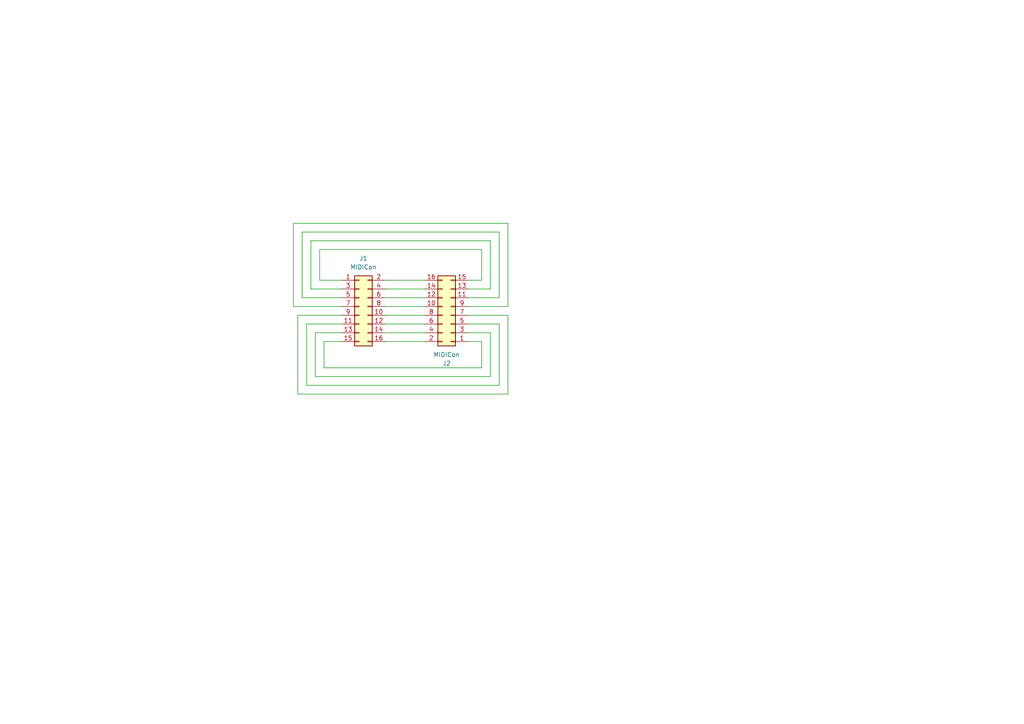
<source format=kicad_sch>
(kicad_sch
	(version 20231120)
	(generator "eeschema")
	(generator_version "8.0")
	(uuid "ce597bbc-01c1-4732-b916-a3b80b113686")
	(paper "A4")
	(lib_symbols
		(symbol "Connector_Generic:Conn_02x08_Odd_Even"
			(pin_names
				(offset 1.016) hide)
			(exclude_from_sim no)
			(in_bom yes)
			(on_board yes)
			(property "Reference" "J"
				(at 1.27 10.16 0)
				(effects
					(font
						(size 1.27 1.27)
					)
				)
			)
			(property "Value" "Conn_02x08_Odd_Even"
				(at 1.27 -12.7 0)
				(effects
					(font
						(size 1.27 1.27)
					)
				)
			)
			(property "Footprint" ""
				(at 0 0 0)
				(effects
					(font
						(size 1.27 1.27)
					)
					(hide yes)
				)
			)
			(property "Datasheet" "~"
				(at 0 0 0)
				(effects
					(font
						(size 1.27 1.27)
					)
					(hide yes)
				)
			)
			(property "Description" "Generic connector, double row, 02x08, odd/even pin numbering scheme (row 1 odd numbers, row 2 even numbers), script generated (kicad-library-utils/schlib/autogen/connector/)"
				(at 0 0 0)
				(effects
					(font
						(size 1.27 1.27)
					)
					(hide yes)
				)
			)
			(property "ki_keywords" "connector"
				(at 0 0 0)
				(effects
					(font
						(size 1.27 1.27)
					)
					(hide yes)
				)
			)
			(property "ki_fp_filters" "Connector*:*_2x??_*"
				(at 0 0 0)
				(effects
					(font
						(size 1.27 1.27)
					)
					(hide yes)
				)
			)
			(symbol "Conn_02x08_Odd_Even_1_1"
				(rectangle
					(start -1.27 -10.033)
					(end 0 -10.287)
					(stroke
						(width 0.1524)
						(type default)
					)
					(fill
						(type none)
					)
				)
				(rectangle
					(start -1.27 -7.493)
					(end 0 -7.747)
					(stroke
						(width 0.1524)
						(type default)
					)
					(fill
						(type none)
					)
				)
				(rectangle
					(start -1.27 -4.953)
					(end 0 -5.207)
					(stroke
						(width 0.1524)
						(type default)
					)
					(fill
						(type none)
					)
				)
				(rectangle
					(start -1.27 -2.413)
					(end 0 -2.667)
					(stroke
						(width 0.1524)
						(type default)
					)
					(fill
						(type none)
					)
				)
				(rectangle
					(start -1.27 0.127)
					(end 0 -0.127)
					(stroke
						(width 0.1524)
						(type default)
					)
					(fill
						(type none)
					)
				)
				(rectangle
					(start -1.27 2.667)
					(end 0 2.413)
					(stroke
						(width 0.1524)
						(type default)
					)
					(fill
						(type none)
					)
				)
				(rectangle
					(start -1.27 5.207)
					(end 0 4.953)
					(stroke
						(width 0.1524)
						(type default)
					)
					(fill
						(type none)
					)
				)
				(rectangle
					(start -1.27 7.747)
					(end 0 7.493)
					(stroke
						(width 0.1524)
						(type default)
					)
					(fill
						(type none)
					)
				)
				(rectangle
					(start -1.27 8.89)
					(end 3.81 -11.43)
					(stroke
						(width 0.254)
						(type default)
					)
					(fill
						(type background)
					)
				)
				(rectangle
					(start 3.81 -10.033)
					(end 2.54 -10.287)
					(stroke
						(width 0.1524)
						(type default)
					)
					(fill
						(type none)
					)
				)
				(rectangle
					(start 3.81 -7.493)
					(end 2.54 -7.747)
					(stroke
						(width 0.1524)
						(type default)
					)
					(fill
						(type none)
					)
				)
				(rectangle
					(start 3.81 -4.953)
					(end 2.54 -5.207)
					(stroke
						(width 0.1524)
						(type default)
					)
					(fill
						(type none)
					)
				)
				(rectangle
					(start 3.81 -2.413)
					(end 2.54 -2.667)
					(stroke
						(width 0.1524)
						(type default)
					)
					(fill
						(type none)
					)
				)
				(rectangle
					(start 3.81 0.127)
					(end 2.54 -0.127)
					(stroke
						(width 0.1524)
						(type default)
					)
					(fill
						(type none)
					)
				)
				(rectangle
					(start 3.81 2.667)
					(end 2.54 2.413)
					(stroke
						(width 0.1524)
						(type default)
					)
					(fill
						(type none)
					)
				)
				(rectangle
					(start 3.81 5.207)
					(end 2.54 4.953)
					(stroke
						(width 0.1524)
						(type default)
					)
					(fill
						(type none)
					)
				)
				(rectangle
					(start 3.81 7.747)
					(end 2.54 7.493)
					(stroke
						(width 0.1524)
						(type default)
					)
					(fill
						(type none)
					)
				)
				(pin passive line
					(at -5.08 7.62 0)
					(length 3.81)
					(name "Pin_1"
						(effects
							(font
								(size 1.27 1.27)
							)
						)
					)
					(number "1"
						(effects
							(font
								(size 1.27 1.27)
							)
						)
					)
				)
				(pin passive line
					(at 7.62 -2.54 180)
					(length 3.81)
					(name "Pin_10"
						(effects
							(font
								(size 1.27 1.27)
							)
						)
					)
					(number "10"
						(effects
							(font
								(size 1.27 1.27)
							)
						)
					)
				)
				(pin passive line
					(at -5.08 -5.08 0)
					(length 3.81)
					(name "Pin_11"
						(effects
							(font
								(size 1.27 1.27)
							)
						)
					)
					(number "11"
						(effects
							(font
								(size 1.27 1.27)
							)
						)
					)
				)
				(pin passive line
					(at 7.62 -5.08 180)
					(length 3.81)
					(name "Pin_12"
						(effects
							(font
								(size 1.27 1.27)
							)
						)
					)
					(number "12"
						(effects
							(font
								(size 1.27 1.27)
							)
						)
					)
				)
				(pin passive line
					(at -5.08 -7.62 0)
					(length 3.81)
					(name "Pin_13"
						(effects
							(font
								(size 1.27 1.27)
							)
						)
					)
					(number "13"
						(effects
							(font
								(size 1.27 1.27)
							)
						)
					)
				)
				(pin passive line
					(at 7.62 -7.62 180)
					(length 3.81)
					(name "Pin_14"
						(effects
							(font
								(size 1.27 1.27)
							)
						)
					)
					(number "14"
						(effects
							(font
								(size 1.27 1.27)
							)
						)
					)
				)
				(pin passive line
					(at -5.08 -10.16 0)
					(length 3.81)
					(name "Pin_15"
						(effects
							(font
								(size 1.27 1.27)
							)
						)
					)
					(number "15"
						(effects
							(font
								(size 1.27 1.27)
							)
						)
					)
				)
				(pin passive line
					(at 7.62 -10.16 180)
					(length 3.81)
					(name "Pin_16"
						(effects
							(font
								(size 1.27 1.27)
							)
						)
					)
					(number "16"
						(effects
							(font
								(size 1.27 1.27)
							)
						)
					)
				)
				(pin passive line
					(at 7.62 7.62 180)
					(length 3.81)
					(name "Pin_2"
						(effects
							(font
								(size 1.27 1.27)
							)
						)
					)
					(number "2"
						(effects
							(font
								(size 1.27 1.27)
							)
						)
					)
				)
				(pin passive line
					(at -5.08 5.08 0)
					(length 3.81)
					(name "Pin_3"
						(effects
							(font
								(size 1.27 1.27)
							)
						)
					)
					(number "3"
						(effects
							(font
								(size 1.27 1.27)
							)
						)
					)
				)
				(pin passive line
					(at 7.62 5.08 180)
					(length 3.81)
					(name "Pin_4"
						(effects
							(font
								(size 1.27 1.27)
							)
						)
					)
					(number "4"
						(effects
							(font
								(size 1.27 1.27)
							)
						)
					)
				)
				(pin passive line
					(at -5.08 2.54 0)
					(length 3.81)
					(name "Pin_5"
						(effects
							(font
								(size 1.27 1.27)
							)
						)
					)
					(number "5"
						(effects
							(font
								(size 1.27 1.27)
							)
						)
					)
				)
				(pin passive line
					(at 7.62 2.54 180)
					(length 3.81)
					(name "Pin_6"
						(effects
							(font
								(size 1.27 1.27)
							)
						)
					)
					(number "6"
						(effects
							(font
								(size 1.27 1.27)
							)
						)
					)
				)
				(pin passive line
					(at -5.08 0 0)
					(length 3.81)
					(name "Pin_7"
						(effects
							(font
								(size 1.27 1.27)
							)
						)
					)
					(number "7"
						(effects
							(font
								(size 1.27 1.27)
							)
						)
					)
				)
				(pin passive line
					(at 7.62 0 180)
					(length 3.81)
					(name "Pin_8"
						(effects
							(font
								(size 1.27 1.27)
							)
						)
					)
					(number "8"
						(effects
							(font
								(size 1.27 1.27)
							)
						)
					)
				)
				(pin passive line
					(at -5.08 -2.54 0)
					(length 3.81)
					(name "Pin_9"
						(effects
							(font
								(size 1.27 1.27)
							)
						)
					)
					(number "9"
						(effects
							(font
								(size 1.27 1.27)
							)
						)
					)
				)
			)
		)
	)
	(wire
		(pts
			(xy 91.44 96.52) (xy 99.06 96.52)
		)
		(stroke
			(width 0)
			(type default)
		)
		(uuid "0d4163c7-8ce8-4cdf-9cef-a9113c4d8a03")
	)
	(wire
		(pts
			(xy 88.9 111.76) (xy 144.78 111.76)
		)
		(stroke
			(width 0)
			(type default)
		)
		(uuid "0f1dee85-a165-4777-9415-23a2f822201e")
	)
	(wire
		(pts
			(xy 135.89 91.44) (xy 147.32 91.44)
		)
		(stroke
			(width 0)
			(type default)
		)
		(uuid "14f989c0-e8f2-46a0-9a4f-fd33d2666551")
	)
	(wire
		(pts
			(xy 144.78 86.36) (xy 135.89 86.36)
		)
		(stroke
			(width 0)
			(type default)
		)
		(uuid "203f558c-0e9f-4d46-b75c-69754b71a37e")
	)
	(wire
		(pts
			(xy 87.63 67.31) (xy 144.78 67.31)
		)
		(stroke
			(width 0)
			(type default)
		)
		(uuid "23e265e8-6edf-4748-9a30-1257c7d68180")
	)
	(wire
		(pts
			(xy 91.44 109.22) (xy 91.44 96.52)
		)
		(stroke
			(width 0)
			(type default)
		)
		(uuid "28bcb6aa-bfc7-475b-aac4-bff92269d574")
	)
	(wire
		(pts
			(xy 135.89 96.52) (xy 142.24 96.52)
		)
		(stroke
			(width 0)
			(type default)
		)
		(uuid "2a371d1c-ef6b-4ff3-9117-ef3d2b926057")
	)
	(wire
		(pts
			(xy 88.9 93.98) (xy 88.9 111.76)
		)
		(stroke
			(width 0)
			(type default)
		)
		(uuid "323dbee2-0ddc-4a7f-8df6-f4d2aa28ae5a")
	)
	(wire
		(pts
			(xy 123.19 83.82) (xy 111.76 83.82)
		)
		(stroke
			(width 0)
			(type default)
		)
		(uuid "35015e4c-df78-4a5d-b333-c1f500563509")
	)
	(wire
		(pts
			(xy 139.7 72.39) (xy 139.7 81.28)
		)
		(stroke
			(width 0)
			(type default)
		)
		(uuid "35b98bbe-9e7a-43ef-8ed9-d4e654cff2c1")
	)
	(wire
		(pts
			(xy 144.78 93.98) (xy 135.89 93.98)
		)
		(stroke
			(width 0)
			(type default)
		)
		(uuid "36d982b5-a392-4912-aa76-0369e76f1fa6")
	)
	(wire
		(pts
			(xy 135.89 83.82) (xy 142.24 83.82)
		)
		(stroke
			(width 0)
			(type default)
		)
		(uuid "4947ac63-7bdc-4023-b39b-b752ec19855c")
	)
	(wire
		(pts
			(xy 99.06 93.98) (xy 88.9 93.98)
		)
		(stroke
			(width 0)
			(type default)
		)
		(uuid "4969ab1e-bd25-4586-a84c-4e149451b002")
	)
	(wire
		(pts
			(xy 144.78 111.76) (xy 144.78 93.98)
		)
		(stroke
			(width 0)
			(type default)
		)
		(uuid "4ba4ecb6-3886-4b8b-b252-631fc9f95a76")
	)
	(wire
		(pts
			(xy 99.06 81.28) (xy 92.71 81.28)
		)
		(stroke
			(width 0)
			(type default)
		)
		(uuid "51cb6ebf-ffb8-4e8e-b9a2-9cb6e6a90c04")
	)
	(wire
		(pts
			(xy 85.09 88.9) (xy 99.06 88.9)
		)
		(stroke
			(width 0)
			(type default)
		)
		(uuid "56782394-95d4-40d9-87e3-068571bb0bcd")
	)
	(wire
		(pts
			(xy 123.19 86.36) (xy 111.76 86.36)
		)
		(stroke
			(width 0)
			(type default)
		)
		(uuid "57210ad8-3292-4407-ac17-e83bd2f40506")
	)
	(wire
		(pts
			(xy 93.98 99.06) (xy 93.98 106.68)
		)
		(stroke
			(width 0)
			(type default)
		)
		(uuid "668c0a11-2368-4557-b689-4bce1bc82afa")
	)
	(wire
		(pts
			(xy 147.32 91.44) (xy 147.32 114.3)
		)
		(stroke
			(width 0)
			(type default)
		)
		(uuid "6f6fa6c9-764f-47b7-ba8e-962bc93028d4")
	)
	(wire
		(pts
			(xy 142.24 109.22) (xy 91.44 109.22)
		)
		(stroke
			(width 0)
			(type default)
		)
		(uuid "74d933af-1c97-44ac-8f81-7c795da6593a")
	)
	(wire
		(pts
			(xy 123.19 99.06) (xy 111.76 99.06)
		)
		(stroke
			(width 0)
			(type default)
		)
		(uuid "76aba5bb-7114-4656-879a-d8325e6a9f41")
	)
	(wire
		(pts
			(xy 139.7 106.68) (xy 139.7 99.06)
		)
		(stroke
			(width 0)
			(type default)
		)
		(uuid "7969076b-cf65-44f3-b715-57407c14c708")
	)
	(wire
		(pts
			(xy 92.71 81.28) (xy 92.71 72.39)
		)
		(stroke
			(width 0)
			(type default)
		)
		(uuid "823a491e-6664-498d-a59e-f45bce709a75")
	)
	(wire
		(pts
			(xy 87.63 86.36) (xy 87.63 67.31)
		)
		(stroke
			(width 0)
			(type default)
		)
		(uuid "864375d8-eef1-4abf-aac2-573942d06a5f")
	)
	(wire
		(pts
			(xy 123.19 88.9) (xy 111.76 88.9)
		)
		(stroke
			(width 0)
			(type default)
		)
		(uuid "86d46a9e-b3fe-4f79-8974-34d2a44514a4")
	)
	(wire
		(pts
			(xy 92.71 72.39) (xy 139.7 72.39)
		)
		(stroke
			(width 0)
			(type default)
		)
		(uuid "893721a8-9c59-40dc-a98c-03afcc14c57e")
	)
	(wire
		(pts
			(xy 85.09 64.77) (xy 85.09 88.9)
		)
		(stroke
			(width 0)
			(type default)
		)
		(uuid "94036d26-15b7-4ad9-976a-5961a80e387d")
	)
	(wire
		(pts
			(xy 135.89 88.9) (xy 147.32 88.9)
		)
		(stroke
			(width 0)
			(type default)
		)
		(uuid "94c8321e-7e9a-44d3-9fe5-c91c73d7cb98")
	)
	(wire
		(pts
			(xy 86.36 91.44) (xy 99.06 91.44)
		)
		(stroke
			(width 0)
			(type default)
		)
		(uuid "9695045f-ac11-4555-88cf-9987c34a060f")
	)
	(wire
		(pts
			(xy 147.32 88.9) (xy 147.32 64.77)
		)
		(stroke
			(width 0)
			(type default)
		)
		(uuid "9aa7f049-f993-46f7-b887-239ca24dded7")
	)
	(wire
		(pts
			(xy 147.32 114.3) (xy 86.36 114.3)
		)
		(stroke
			(width 0)
			(type default)
		)
		(uuid "a1534051-d965-4b89-a9f7-3f311e941b97")
	)
	(wire
		(pts
			(xy 142.24 96.52) (xy 142.24 109.22)
		)
		(stroke
			(width 0)
			(type default)
		)
		(uuid "a5bc6bd3-d3de-4b58-9dc8-4e681f2d6cee")
	)
	(wire
		(pts
			(xy 99.06 86.36) (xy 87.63 86.36)
		)
		(stroke
			(width 0)
			(type default)
		)
		(uuid "a66929b2-a344-4b2f-8352-e20c1ab27ea3")
	)
	(wire
		(pts
			(xy 90.17 83.82) (xy 99.06 83.82)
		)
		(stroke
			(width 0)
			(type default)
		)
		(uuid "a7998529-29d6-47d4-bea3-ff83e110ccd8")
	)
	(wire
		(pts
			(xy 86.36 114.3) (xy 86.36 91.44)
		)
		(stroke
			(width 0)
			(type default)
		)
		(uuid "aff96d5d-a969-4d46-996d-a7948a7bae70")
	)
	(wire
		(pts
			(xy 123.19 91.44) (xy 111.76 91.44)
		)
		(stroke
			(width 0)
			(type default)
		)
		(uuid "b4614b4a-3127-4b32-826b-51e685657461")
	)
	(wire
		(pts
			(xy 90.17 69.85) (xy 90.17 83.82)
		)
		(stroke
			(width 0)
			(type default)
		)
		(uuid "b75c0089-b4bf-4de9-8c85-a6c655bf0801")
	)
	(wire
		(pts
			(xy 123.19 93.98) (xy 111.76 93.98)
		)
		(stroke
			(width 0)
			(type default)
		)
		(uuid "b9f718d1-b659-4e30-b9f0-e8a62609ddb5")
	)
	(wire
		(pts
			(xy 139.7 81.28) (xy 135.89 81.28)
		)
		(stroke
			(width 0)
			(type default)
		)
		(uuid "c0552f98-2689-4680-aeec-bc0d30915e4a")
	)
	(wire
		(pts
			(xy 142.24 83.82) (xy 142.24 69.85)
		)
		(stroke
			(width 0)
			(type default)
		)
		(uuid "c221d603-a0d3-4d21-833d-ad9e0d6665de")
	)
	(wire
		(pts
			(xy 147.32 64.77) (xy 85.09 64.77)
		)
		(stroke
			(width 0)
			(type default)
		)
		(uuid "c6b83b4d-d9e3-4b9c-9dac-87bfcbd412bc")
	)
	(wire
		(pts
			(xy 93.98 106.68) (xy 139.7 106.68)
		)
		(stroke
			(width 0)
			(type default)
		)
		(uuid "ce5f8abd-295d-441c-a0bc-c4b7c63f3715")
	)
	(wire
		(pts
			(xy 144.78 67.31) (xy 144.78 86.36)
		)
		(stroke
			(width 0)
			(type default)
		)
		(uuid "ceeb3f1a-844d-4bc3-bf91-6bab43a69230")
	)
	(wire
		(pts
			(xy 99.06 99.06) (xy 93.98 99.06)
		)
		(stroke
			(width 0)
			(type default)
		)
		(uuid "de9bd2f1-5f6a-455b-9c05-0ed0ff4d0c3a")
	)
	(wire
		(pts
			(xy 142.24 69.85) (xy 90.17 69.85)
		)
		(stroke
			(width 0)
			(type default)
		)
		(uuid "e2d4227e-1940-4aeb-adc8-2fe5c3a9a04e")
	)
	(wire
		(pts
			(xy 123.19 81.28) (xy 111.76 81.28)
		)
		(stroke
			(width 0)
			(type default)
		)
		(uuid "e5b7c0f3-fbb6-4760-a326-c6b1909979d9")
	)
	(wire
		(pts
			(xy 139.7 99.06) (xy 135.89 99.06)
		)
		(stroke
			(width 0)
			(type default)
		)
		(uuid "fd3260e9-e95b-40a0-9c39-7a434c52fd72")
	)
	(wire
		(pts
			(xy 123.19 96.52) (xy 111.76 96.52)
		)
		(stroke
			(width 0)
			(type default)
		)
		(uuid "fd8ba692-a0a1-4244-8dee-58cbdf59dca5")
	)
	(symbol
		(lib_id "Connector_Generic:Conn_02x08_Odd_Even")
		(at 104.14 88.9 0)
		(unit 1)
		(exclude_from_sim no)
		(in_bom yes)
		(on_board yes)
		(dnp no)
		(fields_autoplaced yes)
		(uuid "16c29f05-18b4-4ad2-90ed-49218fdf40c2")
		(property "Reference" "J1"
			(at 105.41 74.93 0)
			(effects
				(font
					(size 1.27 1.27)
				)
			)
		)
		(property "Value" "MIDICon"
			(at 105.41 77.47 0)
			(effects
				(font
					(size 1.27 1.27)
				)
			)
		)
		(property "Footprint" "Connector_IDC:IDC-Header_2x08_P2.54mm_Vertical"
			(at 104.14 88.9 0)
			(effects
				(font
					(size 1.27 1.27)
				)
				(hide yes)
			)
		)
		(property "Datasheet" "~"
			(at 104.14 88.9 0)
			(effects
				(font
					(size 1.27 1.27)
				)
				(hide yes)
			)
		)
		(property "Description" "Generic connector, double row, 02x08, odd/even pin numbering scheme (row 1 odd numbers, row 2 even numbers), script generated (kicad-library-utils/schlib/autogen/connector/)"
			(at 104.14 88.9 0)
			(effects
				(font
					(size 1.27 1.27)
				)
				(hide yes)
			)
		)
		(pin "15"
			(uuid "42df4782-e060-43f2-b394-f093676eb7dc")
		)
		(pin "9"
			(uuid "efcb7913-8b87-4dbf-80a0-80c4ead75ca1")
		)
		(pin "8"
			(uuid "b4f06d69-0760-48df-974f-b61b1d741064")
		)
		(pin "6"
			(uuid "f0c88a0c-923b-48f1-b1bf-7ccf3c9d869f")
		)
		(pin "3"
			(uuid "1e26d6cc-0185-4ab3-a81f-8697efd80e1c")
		)
		(pin "13"
			(uuid "e58f8add-1a8a-4142-8eee-664946c12b44")
		)
		(pin "4"
			(uuid "d14bdaeb-f7fd-4e62-b2e1-1dfbc79f9421")
		)
		(pin "7"
			(uuid "1fc4068d-d32c-443e-b18d-a8e8273a65fd")
		)
		(pin "14"
			(uuid "3f55e937-22eb-481e-8cba-b0e142d23bd6")
		)
		(pin "5"
			(uuid "3b98f6db-13a7-491b-975e-fac31263ccd9")
		)
		(pin "16"
			(uuid "d384dd76-839a-47f1-8179-16c84d4c8dbf")
		)
		(pin "12"
			(uuid "6b4eda38-5f08-40ed-9b5f-45abf6b83d09")
		)
		(pin "2"
			(uuid "29942c8d-9928-45af-8e97-06824ead0af6")
		)
		(pin "1"
			(uuid "e444c391-9174-4c7b-93a9-3712a613fe1f")
		)
		(pin "10"
			(uuid "840a139c-86b4-4f93-8cad-4fd5b6d87dc9")
		)
		(pin "11"
			(uuid "be84e3f4-010c-48c2-9eb7-04880cc29ab3")
		)
		(instances
			(project "IDC16-ReverseConnector"
				(path "/ce597bbc-01c1-4732-b916-a3b80b113686"
					(reference "J1")
					(unit 1)
				)
			)
		)
	)
	(symbol
		(lib_id "Connector_Generic:Conn_02x08_Odd_Even")
		(at 130.81 91.44 180)
		(unit 1)
		(exclude_from_sim no)
		(in_bom yes)
		(on_board yes)
		(dnp no)
		(uuid "33ad2efe-ec86-4862-bce1-9073a36823a8")
		(property "Reference" "J2"
			(at 129.54 105.41 0)
			(effects
				(font
					(size 1.27 1.27)
				)
			)
		)
		(property "Value" "MIDICon"
			(at 129.54 102.87 0)
			(effects
				(font
					(size 1.27 1.27)
				)
			)
		)
		(property "Footprint" "Connector_IDC:IDC-Header_2x08_P2.54mm_Vertical"
			(at 130.81 91.44 0)
			(effects
				(font
					(size 1.27 1.27)
				)
				(hide yes)
			)
		)
		(property "Datasheet" "~"
			(at 130.81 91.44 0)
			(effects
				(font
					(size 1.27 1.27)
				)
				(hide yes)
			)
		)
		(property "Description" "Generic connector, double row, 02x08, odd/even pin numbering scheme (row 1 odd numbers, row 2 even numbers), script generated (kicad-library-utils/schlib/autogen/connector/)"
			(at 130.81 91.44 0)
			(effects
				(font
					(size 1.27 1.27)
				)
				(hide yes)
			)
		)
		(pin "15"
			(uuid "26226208-60cf-443d-8b4f-28b3291a4aab")
		)
		(pin "9"
			(uuid "51c9245f-8ccf-4c6f-a0ad-cbe857d56251")
		)
		(pin "8"
			(uuid "59e6527f-ac72-45da-a233-1d71cb5c9412")
		)
		(pin "6"
			(uuid "23a58256-897c-4440-a564-4d017e032b1d")
		)
		(pin "3"
			(uuid "185b3466-690f-4217-a7b8-da43560d37b8")
		)
		(pin "13"
			(uuid "c2a7d25b-fe97-45a8-8226-e0e2aebcb4db")
		)
		(pin "4"
			(uuid "70ca15c5-b173-4e4f-be1d-f02d76fbc0a6")
		)
		(pin "7"
			(uuid "9a00e1d9-59d1-4256-b9d7-f794b34d8441")
		)
		(pin "14"
			(uuid "c32b2a0c-47a2-4c0c-bff2-c564809fdf61")
		)
		(pin "5"
			(uuid "132d9b7f-7fc5-4538-b1d3-8b1c913c5831")
		)
		(pin "16"
			(uuid "9eb65159-9056-4efd-9f14-b5d46b496aab")
		)
		(pin "12"
			(uuid "9c557f26-0c90-4994-96df-3a89d8bd0dca")
		)
		(pin "2"
			(uuid "8ea6aa86-bfa8-416d-a268-f96e846f6762")
		)
		(pin "1"
			(uuid "4fad87cc-10f0-4fa9-85e4-1609dc43c3ae")
		)
		(pin "10"
			(uuid "c0e73bc4-c839-4c7b-a48e-f032dcbd00e9")
		)
		(pin "11"
			(uuid "c211861d-5734-47a7-9f39-c5f4ce1a285d")
		)
		(instances
			(project "IDC16-ReverseConnector"
				(path "/ce597bbc-01c1-4732-b916-a3b80b113686"
					(reference "J2")
					(unit 1)
				)
			)
		)
	)
	(sheet_instances
		(path "/"
			(page "1")
		)
	)
)

</source>
